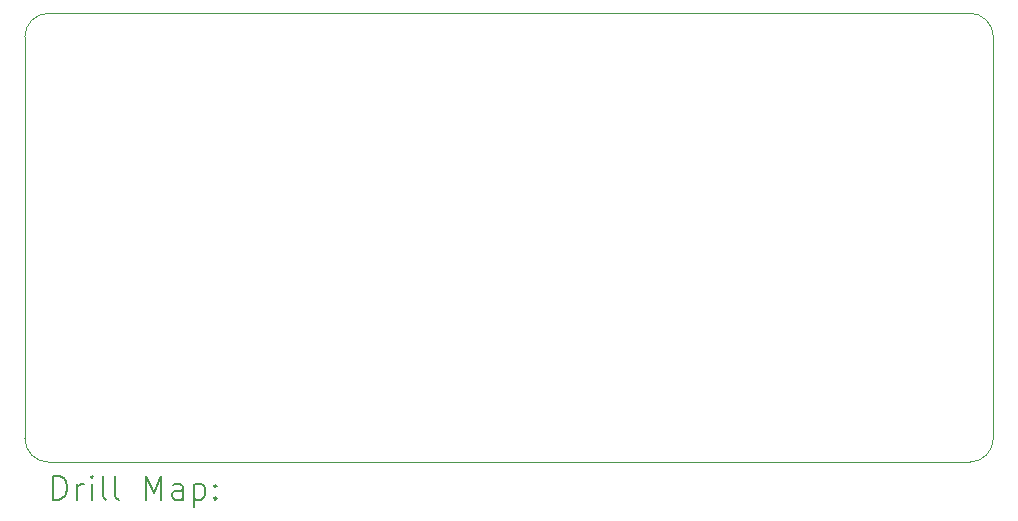
<source format=gbr>
%TF.GenerationSoftware,KiCad,Pcbnew,7.0.2*%
%TF.CreationDate,2023-11-21T13:08:44+01:00*%
%TF.ProjectId,ZDG_ELEKTRONIKA_D-class_AMP,5a44475f-454c-4454-9b54-524f4e494b41,rev?*%
%TF.SameCoordinates,Original*%
%TF.FileFunction,Drillmap*%
%TF.FilePolarity,Positive*%
%FSLAX45Y45*%
G04 Gerber Fmt 4.5, Leading zero omitted, Abs format (unit mm)*
G04 Created by KiCad (PCBNEW 7.0.2) date 2023-11-21 13:08:44*
%MOMM*%
%LPD*%
G01*
G04 APERTURE LIST*
%ADD10C,0.100000*%
%ADD11C,0.200000*%
G04 APERTURE END LIST*
D10*
X0Y-200000D02*
X0Y-3600000D01*
X8200000Y-3600000D02*
X8200000Y-200000D01*
X0Y-3600000D02*
G75*
G03*
X200000Y-3800000I200000J0D01*
G01*
X8200000Y-200000D02*
G75*
G03*
X8000000Y0I-200000J0D01*
G01*
X8000000Y-3800000D02*
G75*
G03*
X8200000Y-3600000I0J200000D01*
G01*
X200000Y-3800000D02*
X8000000Y-3800000D01*
X200000Y0D02*
X8000000Y0D01*
X200000Y0D02*
G75*
G03*
X0Y-200000I0J-200000D01*
G01*
D11*
X242619Y-4117524D02*
X242619Y-3917524D01*
X242619Y-3917524D02*
X290238Y-3917524D01*
X290238Y-3917524D02*
X318810Y-3927048D01*
X318810Y-3927048D02*
X337857Y-3946095D01*
X337857Y-3946095D02*
X347381Y-3965143D01*
X347381Y-3965143D02*
X356905Y-4003238D01*
X356905Y-4003238D02*
X356905Y-4031809D01*
X356905Y-4031809D02*
X347381Y-4069905D01*
X347381Y-4069905D02*
X337857Y-4088952D01*
X337857Y-4088952D02*
X318810Y-4108000D01*
X318810Y-4108000D02*
X290238Y-4117524D01*
X290238Y-4117524D02*
X242619Y-4117524D01*
X442619Y-4117524D02*
X442619Y-3984190D01*
X442619Y-4022286D02*
X452143Y-4003238D01*
X452143Y-4003238D02*
X461667Y-3993714D01*
X461667Y-3993714D02*
X480714Y-3984190D01*
X480714Y-3984190D02*
X499762Y-3984190D01*
X566429Y-4117524D02*
X566429Y-3984190D01*
X566429Y-3917524D02*
X556905Y-3927048D01*
X556905Y-3927048D02*
X566429Y-3936571D01*
X566429Y-3936571D02*
X575952Y-3927048D01*
X575952Y-3927048D02*
X566429Y-3917524D01*
X566429Y-3917524D02*
X566429Y-3936571D01*
X690238Y-4117524D02*
X671190Y-4108000D01*
X671190Y-4108000D02*
X661667Y-4088952D01*
X661667Y-4088952D02*
X661667Y-3917524D01*
X795000Y-4117524D02*
X775952Y-4108000D01*
X775952Y-4108000D02*
X766428Y-4088952D01*
X766428Y-4088952D02*
X766428Y-3917524D01*
X1023571Y-4117524D02*
X1023571Y-3917524D01*
X1023571Y-3917524D02*
X1090238Y-4060381D01*
X1090238Y-4060381D02*
X1156905Y-3917524D01*
X1156905Y-3917524D02*
X1156905Y-4117524D01*
X1337857Y-4117524D02*
X1337857Y-4012762D01*
X1337857Y-4012762D02*
X1328333Y-3993714D01*
X1328333Y-3993714D02*
X1309286Y-3984190D01*
X1309286Y-3984190D02*
X1271190Y-3984190D01*
X1271190Y-3984190D02*
X1252143Y-3993714D01*
X1337857Y-4108000D02*
X1318810Y-4117524D01*
X1318810Y-4117524D02*
X1271190Y-4117524D01*
X1271190Y-4117524D02*
X1252143Y-4108000D01*
X1252143Y-4108000D02*
X1242619Y-4088952D01*
X1242619Y-4088952D02*
X1242619Y-4069905D01*
X1242619Y-4069905D02*
X1252143Y-4050857D01*
X1252143Y-4050857D02*
X1271190Y-4041333D01*
X1271190Y-4041333D02*
X1318810Y-4041333D01*
X1318810Y-4041333D02*
X1337857Y-4031809D01*
X1433095Y-3984190D02*
X1433095Y-4184190D01*
X1433095Y-3993714D02*
X1452143Y-3984190D01*
X1452143Y-3984190D02*
X1490238Y-3984190D01*
X1490238Y-3984190D02*
X1509286Y-3993714D01*
X1509286Y-3993714D02*
X1518809Y-4003238D01*
X1518809Y-4003238D02*
X1528333Y-4022286D01*
X1528333Y-4022286D02*
X1528333Y-4079428D01*
X1528333Y-4079428D02*
X1518809Y-4098476D01*
X1518809Y-4098476D02*
X1509286Y-4108000D01*
X1509286Y-4108000D02*
X1490238Y-4117524D01*
X1490238Y-4117524D02*
X1452143Y-4117524D01*
X1452143Y-4117524D02*
X1433095Y-4108000D01*
X1614048Y-4098476D02*
X1623571Y-4108000D01*
X1623571Y-4108000D02*
X1614048Y-4117524D01*
X1614048Y-4117524D02*
X1604524Y-4108000D01*
X1604524Y-4108000D02*
X1614048Y-4098476D01*
X1614048Y-4098476D02*
X1614048Y-4117524D01*
X1614048Y-3993714D02*
X1623571Y-4003238D01*
X1623571Y-4003238D02*
X1614048Y-4012762D01*
X1614048Y-4012762D02*
X1604524Y-4003238D01*
X1604524Y-4003238D02*
X1614048Y-3993714D01*
X1614048Y-3993714D02*
X1614048Y-4012762D01*
M02*

</source>
